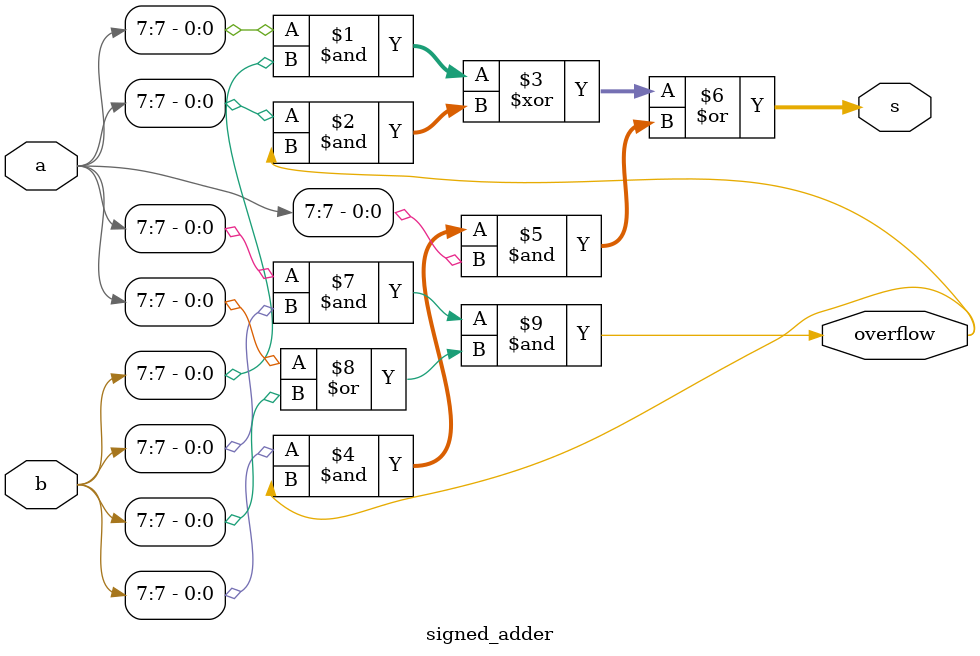
<source format=v>

module signed_adder(input [7:0] a,
    input [7:0] b,
    output [7:0] s,
    output overflow
); 

// The numbers a and b are added to the output s. 
// assign the occurence of the signed overflow of a and b to the output overflow.
// a signed overflow occurs if the most significant bits of a and b are low and the most significant bit of s is high
// a signed overflow may also occur if the most significant bits of a and b are high and the most significant bit of s is low


assign s = (a[7]&b[7])^(a[7]&overflow)|(b[7]&overflow&a[7]);
assign overflow = (a[7]&b[7])&(a[7]|b[7]);

endmodule

</source>
